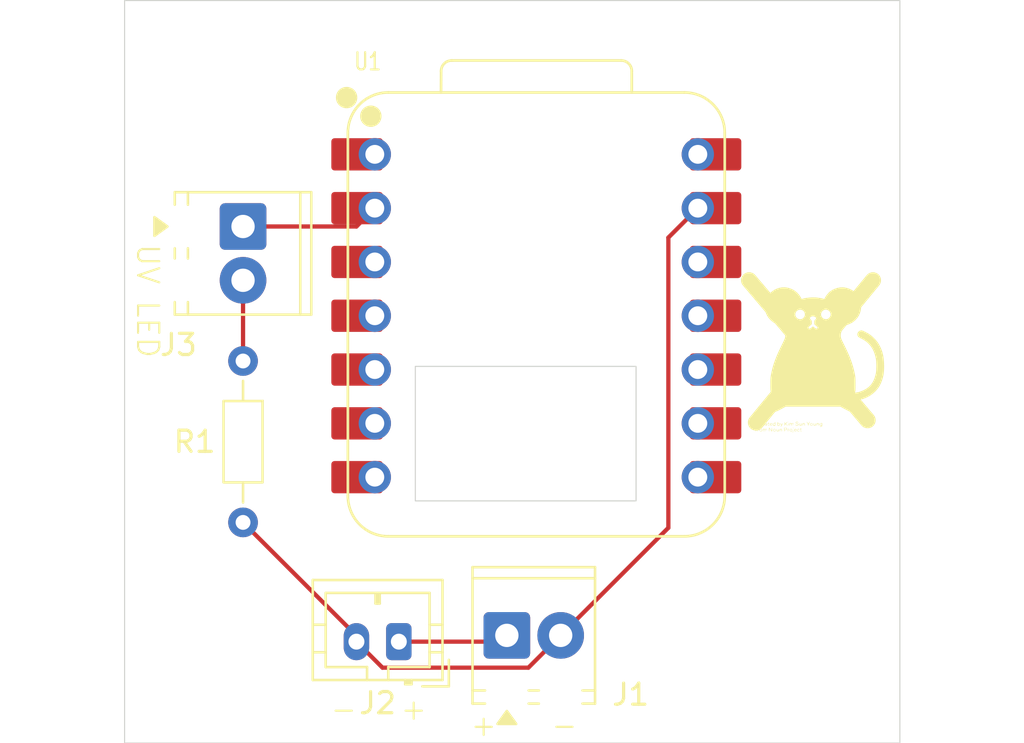
<source format=kicad_pcb>
(kicad_pcb (version 20241229) (generator "pcbnew") (generator_version "9.0")
  (layers (0 "F.Cu" signal) (2 "B.Cu" signal) (13 "F.Paste" user) (15 "B.Paste" user) (5 "F.SilkS" user "F.Silkscreen") (7 "B.SilkS" user "B.Silkscreen") (1 "F.Mask" user) (3 "B.Mask" user) (25 "Edge.Cuts" user))
  (net 0 "")
  (net 13 "GND")
  (net 14 "VCC")
  (net 15 "Net-(J3-Pin_2)")
  (net 16 "Net-(J3-Pin_1)")
  (footprint "Connector_JST:JST_PH_B2B-PH-K_1x02_P2.00mm_Vertical" (layer "F.Cu") (at 138.922 112.056 180)
    (property "Reference" "J2" (at 1 -2.9 0) (layer "F.SilkS"))
    (property "Value" "Conn_01x02")
    (pad "1" thru_hole roundrect (at 0 0 180) (size 1.2 1.75) (drill 0.75) (layers "*.Cu" "*.Mask") (roundrect_rratio 0.208333) (net 14 "VCC"))
    (pad "2" thru_hole oval (at 2 0 180) (size 1.2 1.75) (drill 0.75) (layers "*.Cu" "*.Mask") (net 13 "GND"))
  )
  (footprint "TerminalBlock_Phoenix:TerminalBlock_Phoenix_MPT-0,5-2-2.54_1x02_P2.54mm_Horizontal" (layer "F.Cu") (at 131.572 92.456 -90)
    (property "Reference" "J3" (at 5.588 3.048 180) (layer "F.SilkS"))
    (property "Value" "Screw_Terminal_01x02")
    (pad "" np_thru_hole circle (at 0 2.54 270) (size 1.1 1.1) (drill 1.1) (layers "*.Cu" "*.Mask"))
    (pad "" np_thru_hole circle (at 2.54 2.54 270) (size 1.1 1.1) (drill 1.1) (layers "*.Cu" "*.Mask"))
    (pad "1" thru_hole roundrect (at 0 0 270) (size 2.2 2.2) (drill 1.1) (layers "*.Cu" "*.Mask") (roundrect_rratio 0.113636) (net 16 "Net-(J3-Pin_1)"))
    (pad "2" thru_hole circle (at 2.54 0 270) (size 2.2 2.2) (drill 1.1) (layers "*.Cu" "*.Mask") (net 15 "Net-(J3-Pin_2)"))
  )
  (footprint "MountingHole:MountingHole_2.7mm_M2.5" (layer "F.Cu") (at 130.302 112.014)
    (property "Reference" "REF**" (hide yes))
    (property "Value" "MountingHole_2.7mm_M2.5")
    (pad "" np_thru_hole circle (at 0 0) (size 2.7 2.7) (drill 2.7) (layers "*.Cu" "*.Mask"))
  )
  (footprint "MountingHole:MountingHole_2.7mm_M2.5" (layer "F.Cu") (at 130.302 86.36)
    (property "Reference" "REF**" (hide yes))
    (property "Value" "MountingHole_2.7mm_M2.5")
    (pad "" np_thru_hole circle (at 0 0) (size 2.7 2.7) (drill 2.7) (layers "*.Cu" "*.Mask"))
  )
  (footprint "Seeed Studio XIAO Series Library:XIAO-ESP32C6-DIP" (layer "F.Cu") (at 145.453 96.6695)
    (property "Reference" "U1" (at -8 -12 0) (layer "F.SilkS") (effects (font (size 0.8128 0.635) (thickness 0.1016))))
    (property "Value" "XIAO-ESP32-C6")
    (pad "1" smd roundrect (at -8.5 -7.62 180) (size 2.432 1.524) (layers "F.Cu" "F.Mask") (roundrect_rratio 0.1))
    (pad "1" thru_hole circle (at -7.665 -7.62 180) (size 1.524 1.524) (drill 0.889) (layers "*.Cu" "*.Mask"))
    (pad "2" smd roundrect (at -8.5 -5.08 180) (size 2.432 1.524) (layers "F.Cu" "F.Mask") (roundrect_rratio 0.1) (net 16 "Net-(J3-Pin_1)"))
    (pad "2" thru_hole circle (at -7.665 -5.08 180) (size 1.524 1.524) (drill 0.889) (layers "*.Cu" "*.Mask") (net 16 "Net-(J3-Pin_1)"))
    (pad "3" smd roundrect (at -8.5 -2.54 180) (size 2.432 1.524) (layers "F.Cu" "F.Mask") (roundrect_rratio 0.1))
    (pad "3" thru_hole circle (at -7.665 -2.54 180) (size 1.524 1.524) (drill 0.889) (layers "*.Cu" "*.Mask"))
    (pad "4" smd roundrect (at -8.5 0 180) (size 2.432 1.524) (layers "F.Cu" "F.Mask") (roundrect_rratio 0.1))
    (pad "4" thru_hole circle (at -7.665 0 180) (size 1.524 1.524) (drill 0.889) (layers "*.Cu" "*.Mask"))
    (pad "5" smd roundrect (at -8.5 2.54 180) (size 2.432 1.524) (layers "F.Cu" "F.Mask") (roundrect_rratio 0.1))
    (pad "5" thru_hole circle (at -7.665 2.54 180) (size 1.524 1.524) (drill 0.889) (layers "*.Cu" "*.Mask"))
    (pad "6" smd roundrect (at -8.5 5.08 180) (size 2.432 1.524) (layers "F.Cu" "F.Mask") (roundrect_rratio 0.1))
    (pad "6" thru_hole circle (at -7.665 5.08 180) (size 1.524 1.524) (drill 0.889) (layers "*.Cu" "*.Mask"))
    (pad "7" smd roundrect (at -8.5 7.62 180) (size 2.432 1.524) (layers "F.Cu" "F.Mask") (roundrect_rratio 0.1))
    (pad "7" thru_hole circle (at -7.665 7.62 180) (size 1.524 1.524) (drill 0.889) (layers "*.Cu" "*.Mask"))
    (pad "8" thru_hole circle (at 7.575 7.62) (size 1.524 1.524) (drill 0.889) (layers "*.Cu" "*.Mask"))
    (pad "8" smd roundrect (at 8.41 7.62) (size 2.432 1.524) (layers "F.Cu" "F.Mask") (roundrect_rratio 0.1))
    (pad "9" thru_hole circle (at 7.575 5.08) (size 1.524 1.524) (drill 0.889) (layers "*.Cu" "*.Mask"))
    (pad "9" smd roundrect (at 8.41 5.08) (size 2.432 1.524) (layers "F.Cu" "F.Mask") (roundrect_rratio 0.1))
    (pad "10" thru_hole circle (at 7.575 2.54) (size 1.524 1.524) (drill 0.889) (layers "*.Cu" "*.Mask"))
    (pad "10" smd roundrect (at 8.41 2.54) (size 2.432 1.524) (layers "F.Cu" "F.Mask") (roundrect_rratio 0.1))
    (pad "11" thru_hole circle (at 7.575 0) (size 1.524 1.524) (drill 0.889) (layers "*.Cu" "*.Mask"))
    (pad "11" smd roundrect (at 8.41 0) (size 2.432 1.524) (layers "F.Cu" "F.Mask") (roundrect_rratio 0.1))
    (pad "12" thru_hole circle (at 7.575 -2.54) (size 1.524 1.524) (drill 0.889) (layers "*.Cu" "*.Mask"))
    (pad "12" smd roundrect (at 8.41 -2.54) (size 2.432 1.524) (layers "F.Cu" "F.Mask") (roundrect_rratio 0.1))
    (pad "13" thru_hole circle (at 7.575 -5.08) (size 1.524 1.524) (drill 0.889) (layers "*.Cu" "*.Mask") (net 13 "GND"))
    (pad "13" smd roundrect (at 8.41 -5.08) (size 2.432 1.524) (layers "F.Cu" "F.Mask") (roundrect_rratio 0.1) (net 13 "GND"))
    (pad "14" thru_hole circle (at 7.575 -7.62) (size 1.524 1.524) (drill 0.889) (layers "*.Cu" "*.Mask"))
    (pad "14" smd roundrect (at 8.41 -7.62) (size 2.432 1.524) (layers "F.Cu" "F.Mask") (roundrect_rratio 0.1))
  )
  (footprint "Resistor_THT:R_Axial_DIN0204_L3.6mm_D1.6mm_P7.62mm_Horizontal" (layer "F.Cu") (at 131.572 98.806 -90)
    (property "Reference" "R1" (at 3.81 2.286 180) (layer "F.SilkS"))
    (property "Value" "4.7")
    (pad "1" thru_hole circle (at 0 0 270) (size 1.4 1.4) (drill 0.7) (layers "*.Cu" "*.Mask") (net 15 "Net-(J3-Pin_2)"))
    (pad "2" thru_hole circle (at 7.62 0 270) (size 1.4 1.4) (drill 0.7) (layers "*.Cu" "*.Mask") (net 13 "GND"))
  )
  (footprint "TerminalBlock_Phoenix:TerminalBlock_Phoenix_MPT-0,5-2-2.54_1x02_P2.54mm_Horizontal" (layer "F.Cu") (at 144.018 111.76)
    (property "Reference" "J1" (at 5.842 2.794 0) (layer "F.SilkS"))
    (property "Value" "Screw_Terminal_01x02")
    (pad "" np_thru_hole circle (at 0 2.54) (size 1.1 1.1) (drill 1.1) (layers "*.Cu" "*.Mask"))
    (pad "" np_thru_hole circle (at 2.54 2.54) (size 1.1 1.1) (drill 1.1) (layers "*.Cu" "*.Mask"))
    (pad "1" thru_hole roundrect (at 0 0) (size 2.2 2.2) (drill 1.1) (layers "*.Cu" "*.Mask") (roundrect_rratio 0.113636) (net 14 "VCC"))
    (pad "2" thru_hole circle (at 2.54 0) (size 2.2 2.2) (drill 1.1) (layers "*.Cu" "*.Mask") (net 13 "GND"))
  )
  (footprint "MountingHole:MountingHole_2.7mm_M2.5" (layer "F.Cu") (at 158.242 111.76)
    (property "Reference" "REF**" (hide yes))
    (property "Value" "MountingHole_2.7mm_M2.5")
    (pad "" np_thru_hole circle (at 0 0) (size 2.7 2.7) (drill 2.7) (layers "*.Cu" "*.Mask"))
  )
  (footprint "LOGO" (layer "F.Cu") (at 159.004 98.806)
    (property "Reference" "G***" (hide yes))
    (property "Value" "LOGO" (hide yes))
  )
  (footprint "MountingHole:MountingHole_2.7mm_M2.5" (layer "F.Cu") (at 158.242 86.36)
    (property "Reference" "REF**" (hide yes))
    (property "Value" "MountingHole_2.7mm_M2.5")
    (pad "" np_thru_hole circle (at 0 0) (size 2.7 2.7) (drill 2.7) (layers "*.Cu" "*.Mask"))
  )
  (gr_line (start 161.036 101.6) (end 155.448 94.996) (stroke (width 0.762)) (layer "F.SilkS"))
  (gr_line (start 155.770837 101.708779) (end 161.29 94.996) (stroke (width 0.762)) (layer "F.SilkS"))
  (gr_rect (start 139.7 99.06) (end 150.114 105.41) (stroke (width 0.05)) (fill no) (layer "Edge.Cuts"))
  (gr_rect (start 125.984 81.788) (end 162.56 116.84) (stroke (width 0.05)) (fill no) (layer "Edge.Cuts"))
  (gr_text "UV LED" (at 126.492 93.218 270) (layer "F.SilkS") (effects (font (size 1 1) (thickness 0.1)) (justify left bottom)))
  (gr_text "-" (at 135.636 115.824 0) (layer "F.SilkS") (effects (font (size 1 1) (thickness 0.1)) (justify left bottom)))
  (gr_text "+" (at 138.938 115.824 0) (layer "F.SilkS") (effects (font (size 1 1) (thickness 0.1)) (justify left bottom)))
  (gr_text "+" (at 142.24 116.586 0) (layer "F.SilkS") (effects (font (size 1 1) (thickness 0.1)) (justify left bottom)))
  (gr_text "-" (at 146.05 116.586 0) (layer "F.SilkS") (effects (font (size 1 1) (thickness 0.1)) (justify left bottom)))
  (segment (start 136.922 111.776) (end 136.922 112.056) (width 0.2) (layer "F.Cu") (net 13))
  (segment (start 151.638 106.68) (end 151.638 92.9795) (width 0.2) (layer "F.Cu") (net 13))
  (segment (start 146.558 111.76) (end 145.034 113.284) (width 0.2) (layer "F.Cu") (net 13))
  (segment (start 145.034 113.284) (end 138.15 113.284) (width 0.2) (layer "F.Cu") (net 13))
  (segment (start 146.558 111.76) (end 151.638 106.68) (width 0.2) (layer "F.Cu") (net 13))
  (segment (start 138.15 113.284) (end 136.922 112.056) (width 0.2) (layer "F.Cu") (net 13))
  (segment (start 151.638 92.9795) (end 153.028 91.5895) (width 0.2) (layer "F.Cu") (net 13))
  (segment (start 131.572 106.426) (end 136.922 111.776) (width 0.2) (layer "F.Cu") (net 13))
  (segment (start 138.922 112.056) (end 143.722 112.056) (width 0.2) (layer "F.Cu") (net 14))
  (segment (start 143.722 112.056) (end 144.018 111.76) (width 0.2) (layer "F.Cu") (net 14))
  (segment (start 131.572 98.806) (end 131.572 94.996) (width 0.2) (layer "F.Cu") (net 15))
  (segment (start 131.572 92.456) (end 136.9215 92.456) (width 0.2) (layer "F.Cu") (net 16))
  (segment (start 136.9215 92.456) (end 137.788 91.5895) (width 0.2) (layer "F.Cu") (net 16))
)
</source>
